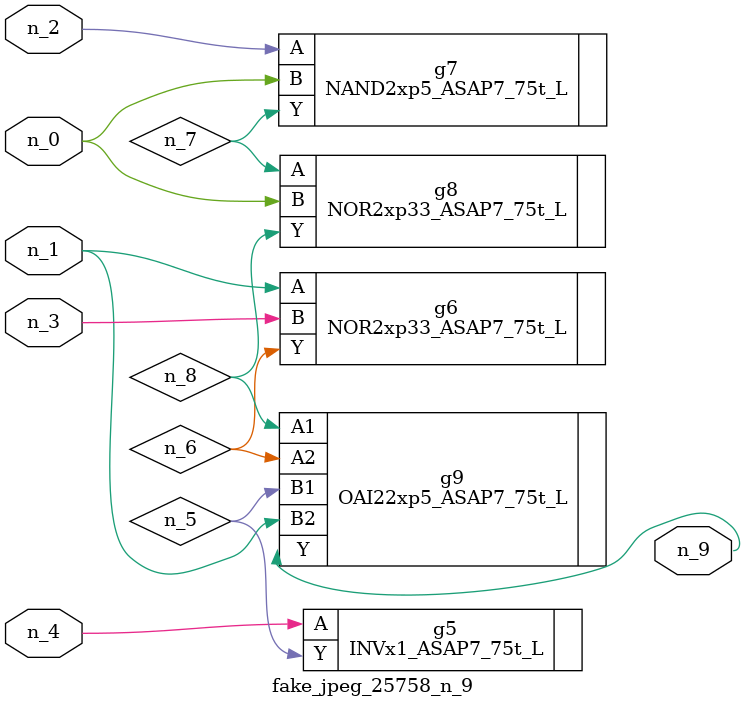
<source format=v>
module fake_jpeg_25758_n_9 (n_3, n_2, n_1, n_0, n_4, n_9);

input n_3;
input n_2;
input n_1;
input n_0;
input n_4;

output n_9;

wire n_8;
wire n_6;
wire n_5;
wire n_7;

INVx1_ASAP7_75t_L g5 ( 
.A(n_4),
.Y(n_5)
);

NOR2xp33_ASAP7_75t_L g6 ( 
.A(n_1),
.B(n_3),
.Y(n_6)
);

NAND2xp5_ASAP7_75t_L g7 ( 
.A(n_2),
.B(n_0),
.Y(n_7)
);

NOR2xp33_ASAP7_75t_L g8 ( 
.A(n_7),
.B(n_0),
.Y(n_8)
);

OAI22xp5_ASAP7_75t_L g9 ( 
.A1(n_8),
.A2(n_6),
.B1(n_5),
.B2(n_1),
.Y(n_9)
);


endmodule
</source>
